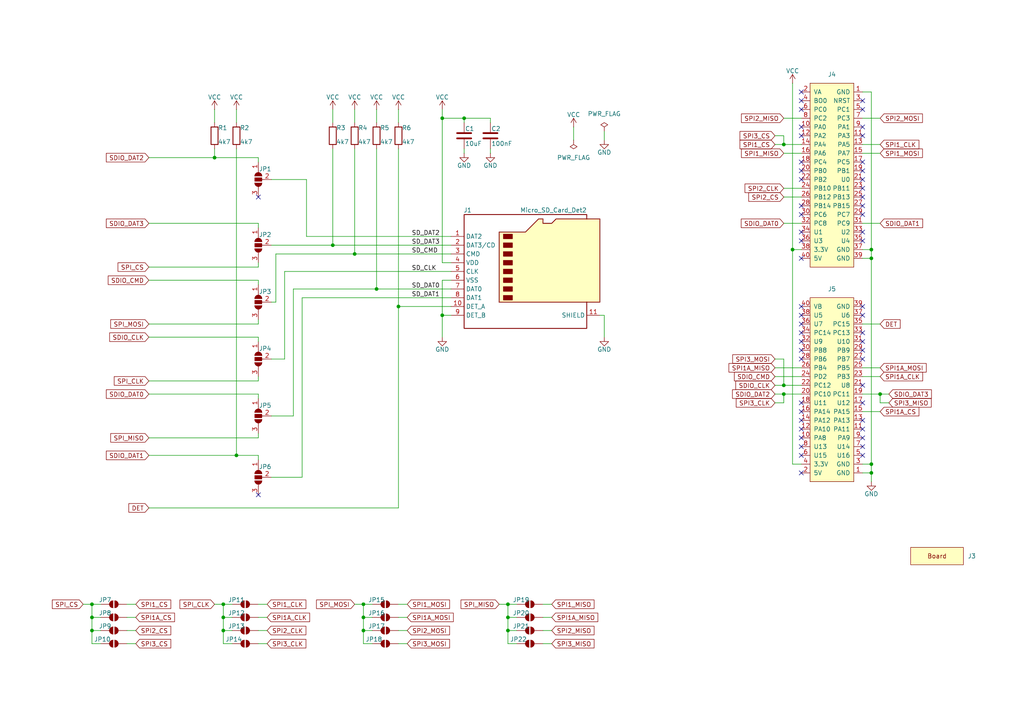
<source format=kicad_sch>
(kicad_sch (version 20250114) (generator "eeschema") (generator_version "9.0")
  (paper "A4")
  (title_block (title "${TITLE}") (rev "${REVISION}") (company "${COMPANY}") (comment 1 "${AUTHOR}") (comment 2 "${AUTHOR_EMAIL}") (comment 3 "${URL}"))
  (lib_symbols
    (symbol "Connector:Micro_SD_Card_Det2"
      (property "Reference" "J" (at -16.51 17.78 0))
      (property "Value" "Micro_SD_Card_Det2" (at 16.51 17.78 0))
      (symbol "Micro_SD_Card_Det2_0_1"
        (polyline (pts (xy -8.89 -8.89) (xy -8.89 11.43) (xy -1.27 11.43) (xy 2.54 15.24) (xy 3.81 15.24) (xy 3.81 13.97) (xy 6.35 13.97) (xy 7.62 15.24) (xy 20.32 15.24) (xy 20.32 -8.89) (xy -8.89 -8.89)) (stroke (width 0.254)) (fill (type background)))
        (rectangle (start -7.62 10.795) (end -5.08 9.525) (stroke (width 0.254)) (fill (type outline)))
        (rectangle (start -7.62 8.255) (end -5.08 6.985) (stroke (width 0.254)) (fill (type outline)))
        (rectangle (start -7.62 5.715) (end -5.08 4.445) (stroke (width 0.254)) (fill (type outline)))
        (rectangle (start -7.62 3.175) (end -5.08 1.905) (stroke (width 0.254)) (fill (type outline)))
        (rectangle (start -7.62 0.635) (end -5.08 -0.635) (stroke (width 0.254)) (fill (type outline)))
        (rectangle (start -7.62 -1.905) (end -5.08 -3.175) (stroke (width 0.254)) (fill (type outline)))
        (rectangle (start -7.62 -4.445) (end -5.08 -5.715) (stroke (width 0.254)) (fill (type outline)))
        (rectangle (start -7.62 -6.985) (end -5.08 -8.255) (stroke (width 0.254)) (fill (type outline)))
        (polyline (pts (xy 16.51 15.24) (xy 16.51 16.51) (xy -19.05 16.51) (xy -19.05 -16.51) (xy 16.51 -16.51) (xy 16.51 -8.89)) (stroke (width 0.254)))
      )
      (symbol "Micro_SD_Card_Det2_1_1"
        (pin bidirectional line (at -22.86 10.16 0) (length 3.81) (name "DAT2") (number "1"))
        (pin bidirectional line (at -22.86 7.62 0) (length 3.81) (name "DAT3/CD") (number "2"))
        (pin input line (at -22.86 5.08 0) (length 3.81) (name "CMD") (number "3"))
        (pin power_in line (at -22.86 2.54 0) (length 3.81) (name "VDD") (number "4"))
        (pin input line (at -22.86 0 0) (length 3.81) (name "CLK") (number "5"))
        (pin power_in line (at -22.86 -2.54 0) (length 3.81) (name "VSS") (number "6"))
        (pin bidirectional line (at -22.86 -5.08 0) (length 3.81) (name "DAT0") (number "7"))
        (pin bidirectional line (at -22.86 -7.62 0) (length 3.81) (name "DAT1") (number "8"))
        (pin passive line (at -22.86 -10.16 0) (length 3.81) (name "DET_A") (number "10"))
        (pin passive line (at -22.86 -12.7 0) (length 3.81) (name "DET_B") (number "9"))
        (pin passive line (at 20.32 -12.7 180) (length 3.81) (name "SHIELD") (number "11"))
      )
    )
    (symbol "Device:C" (pin_numbers (hide yes)) (pin_names (offset 0.254))
      (property "Reference" "C" (at 0.635 2.54 0))
      (property "Value" "C" (at 0.635 -2.54 0))
      (symbol "C_0_1"
        (polyline (pts (xy -2.032 0.762) (xy 2.032 0.762)) (stroke (width 0.508)))
        (polyline (pts (xy -2.032 -0.762) (xy 2.032 -0.762)) (stroke (width 0.508)))
      )
      (symbol "C_1_1"
        (pin passive line (at 0 3.81 270) (length 2.794) (name "~") (number "1"))
        (pin passive line (at 0 -3.81 90) (length 2.794) (name "~") (number "2"))
      )
    )
    (symbol "Device:R" (pin_numbers (hide yes)) (pin_names (offset 0))
      (property "Reference" "R" (at 2.032 0 90))
      (property "Value" "R" (at 0 0 90))
      (symbol "R_0_1"
        (rectangle (start -1.016 -2.54) (end 1.016 2.54) (stroke (width 0.254)))
      )
      (symbol "R_1_1"
        (pin passive line (at 0 3.81 270) (length 1.27) (name "~") (number "1"))
        (pin passive line (at 0 -3.81 90) (length 1.27) (name "~") (number "2"))
      )
    )
    (symbol "Jumper:SolderJumper_2_Open" (pin_numbers (hide yes)) (pin_names (offset 0) (hide yes)) (in_bom no)
      (property "Reference" "JP" (at 0 2.032 0))
      (property "Value" "SolderJumper_2_Open" (at 0 -2.54 0))
      (symbol "SolderJumper_2_Open_0_1"
        (polyline (pts (xy -0.254 1.016) (xy -0.254 -1.016)))
        (arc (start -0.254 -1.016) (mid -1.2656 0) (end -0.254 1.016))
        (arc (start -0.254 -1.016) (mid -1.2656 0) (end -0.254 1.016) (fill (type outline)))
        (arc (start 0.254 1.016) (mid 1.2656 0) (end 0.254 -1.016))
        (arc (start 0.254 1.016) (mid 1.2656 0) (end 0.254 -1.016) (fill (type outline)))
        (polyline (pts (xy 0.254 1.016) (xy 0.254 -1.016)))
      )
      (symbol "SolderJumper_2_Open_1_1"
        (pin passive line (at -3.81 0 0) (length 2.54) (name "A") (number "1"))
        (pin passive line (at 3.81 0 180) (length 2.54) (name "B") (number "2"))
      )
    )
    (symbol "Jumper:SolderJumper_3_Open" (pin_names (offset 0) (hide yes)) (in_bom no)
      (property "Reference" "JP" (at -2.54 -2.54 0))
      (property "Value" "SolderJumper_3_Open" (at 0 2.794 0))
      (symbol "SolderJumper_3_Open_0_1"
        (polyline (pts (xy -2.54 0) (xy -2.032 0)))
        (polyline (pts (xy -1.016 1.016) (xy -1.016 -1.016)))
        (arc (start -1.016 -1.016) (mid -2.0276 0) (end -1.016 1.016))
        (arc (start -1.016 -1.016) (mid -2.0276 0) (end -1.016 1.016) (fill (type outline)))
        (rectangle (start -0.508 1.016) (end 0.508 -1.016) (fill (type outline)))
        (polyline (pts (xy 0 -1.27) (xy 0 -1.016)))
        (arc (start 1.016 1.016) (mid 2.0276 0) (end 1.016 -1.016))
        (arc (start 1.016 1.016) (mid 2.0276 0) (end 1.016 -1.016) (fill (type outline)))
        (polyline (pts (xy 1.016 1.016) (xy 1.016 -1.016)))
        (polyline (pts (xy 2.54 0) (xy 2.032 0)))
      )
      (symbol "SolderJumper_3_Open_1_1"
        (pin passive line (at -5.08 0 0) (length 2.54) (name "A") (number "1"))
        (pin passive line (at 0 -3.81 90) (length 2.54) (name "C") (number "2"))
        (pin passive line (at 5.08 0 180) (length 2.54) (name "B") (number "3"))
      )
    )
    (symbol "power:GND" (power) (pin_numbers (hide yes)) (pin_names (offset 0) (hide yes))
      (property "Value" "GND" (at 0 -3.81 0))
      (symbol "GND_0_1"
        (polyline (pts (xy 0 0) (xy 0 -1.27) (xy 1.27 -1.27) (xy 0 -2.54) (xy -1.27 -1.27) (xy 0 -1.27)))
      )
      (symbol "GND_1_1"
        (pin power_in line (at 0 0 270) (length 0) (name "~") (number "1"))
      )
    )
    (symbol "power:PWR_FLAG" (power) (pin_numbers (hide yes)) (pin_names (offset 0) (hide yes))
      (property "Value" "PWR_FLAG" (at 0 3.81 0))
      (symbol "PWR_FLAG_0_0"
        (pin power_out line (at 0 0 90) (length 0) (name "~") (number "1"))
      )
      (symbol "PWR_FLAG_0_1"
        (polyline (pts (xy 0 0) (xy 0 1.27) (xy -1.016 1.905) (xy 0 2.54) (xy 1.016 1.905) (xy 0 1.27)))
      )
    )
    (symbol "power:VCC" (power) (pin_numbers (hide yes)) (pin_names (offset 0) (hide yes))
      (property "Value" "VCC" (at 0 3.556 0))
      (symbol "VCC_0_1"
        (polyline (pts (xy -0.762 1.27) (xy 0 2.54)))
        (polyline (pts (xy 0 2.54) (xy 0.762 1.27)))
        (polyline (pts (xy 0 0) (xy 0 2.54)))
      )
      (symbol "VCC_1_1"
        (pin power_in line (at 0 0 90) (length 0) (name "~") (number "1"))
      )
    )
    (symbol "stm32world:STM32WORLD_BOARD" (pin_names (offset 1.016))
      (property "Reference" "J" (at -6.35 3.81 0))
      (symbol "STM32WORLD_BOARD_0_0"
        (text "Board" (at 0 0 0) (effects (font (size 1.27 1.27))))
      )
      (symbol "STM32WORLD_BOARD_0_1"
        (rectangle (start -7.62 2.54) (end 7.62 -2.54) (stroke (width 0.1524)) (fill (type background)))
      )
    )
    (symbol "stm32world:STM32WORLD_CONNECTOR_1" (pin_names (offset 1.016))
      (property "Reference" "J" (at -6.35 27.94 0))
      (symbol "STM32WORLD_CONNECTOR_1_0_1"
        (rectangle (start -6.35 26.67) (end 6.35 -26.67) (fill (type background)))
      )
      (symbol "STM32WORLD_CONNECTOR_1_1_1"
        (pin passive line (at -8.89 24.13 0) (length 2.54) (name "VA") (number "2"))
        (pin passive line (at -8.89 21.59 0) (length 2.54) (name "BO0") (number "4"))
        (pin passive line (at -8.89 19.05 0) (length 2.54) (name "PC0") (number "6"))
        (pin passive line (at -8.89 16.51 0) (length 2.54) (name "PC2") (number "8"))
        (pin passive line (at -8.89 13.97 0) (length 2.54) (name "PA0") (number "10"))
        (pin passive line (at -8.89 11.43 0) (length 2.54) (name "PA2") (number "12"))
        (pin passive line (at -8.89 8.89 0) (length 2.54) (name "PA4") (number "14"))
        (pin passive line (at -8.89 6.35 0) (length 2.54) (name "PA6") (number "16"))
        (pin passive line (at -8.89 3.81 0) (length 2.54) (name "PC4") (number "18"))
        (pin passive line (at -8.89 1.27 0) (length 2.54) (name "PB0") (number "20"))
        (pin passive line (at -8.89 -1.27 0) (length 2.54) (name "PB2") (number "22"))
        (pin passive line (at -8.89 -3.81 0) (length 2.54) (name "PB10") (number "24"))
        (pin passive line (at -8.89 -6.35 0) (length 2.54) (name "PB12") (number "26"))
        (pin passive line (at -8.89 -8.89 0) (length 2.54) (name "PB14") (number "28"))
        (pin passive line (at -8.89 -11.43 0) (length 2.54) (name "PC6") (number "30"))
        (pin passive line (at -8.89 -13.97 0) (length 2.54) (name "PC8") (number "32"))
        (pin passive line (at -8.89 -16.51 0) (length 2.54) (name "U1") (number "34"))
        (pin passive line (at -8.89 -19.05 0) (length 2.54) (name "U3") (number "36"))
        (pin passive line (at -8.89 -21.59 0) (length 2.54) (name "3.3V") (number "38"))
        (pin passive line (at -8.89 -24.13 0) (length 2.54) (name "5V") (number "40"))
        (pin passive line (at 8.89 24.13 180) (length 2.54) (name "GND") (number "1"))
        (pin passive line (at 8.89 21.59 180) (length 2.54) (name "NRST") (number "3"))
        (pin passive line (at 8.89 19.05 180) (length 2.54) (name "PC1") (number "5"))
        (pin passive line (at 8.89 16.51 180) (length 2.54) (name "PC3") (number "7"))
        (pin passive line (at 8.89 13.97 180) (length 2.54) (name "PA1") (number "9"))
        (pin passive line (at 8.89 11.43 180) (length 2.54) (name "PA3") (number "11"))
        (pin passive line (at 8.89 8.89 180) (length 2.54) (name "PA5") (number "13"))
        (pin passive line (at 8.89 6.35 180) (length 2.54) (name "PA7") (number "15"))
        (pin passive line (at 8.89 3.81 180) (length 2.54) (name "PC5") (number "17"))
        (pin passive line (at 8.89 1.27 180) (length 2.54) (name "PB1") (number "19"))
        (pin passive line (at 8.89 -1.27 180) (length 2.54) (name "U0") (number "21"))
        (pin passive line (at 8.89 -3.81 180) (length 2.54) (name "PB11") (number "23"))
        (pin passive line (at 8.89 -6.35 180) (length 2.54) (name "PB13") (number "25"))
        (pin passive line (at 8.89 -8.89 180) (length 2.54) (name "PB15") (number "27"))
        (pin passive line (at 8.89 -11.43 180) (length 2.54) (name "PC7") (number "29"))
        (pin passive line (at 8.89 -13.97 180) (length 2.54) (name "PC9") (number "31"))
        (pin passive line (at 8.89 -16.51 180) (length 2.54) (name "U2") (number "33"))
        (pin passive line (at 8.89 -19.05 180) (length 2.54) (name "U4") (number "35"))
        (pin passive line (at 8.89 -21.59 180) (length 2.54) (name "GND") (number "37"))
        (pin passive line (at 8.89 -24.13 180) (length 2.54) (name "GND") (number "39"))
      )
    )
    (symbol "stm32world:STM32WORLD_CONNECTOR_2" (pin_names (offset 1.016))
      (property "Reference" "J" (at -5.08 27.94 0))
      (symbol "STM32WORLD_CONNECTOR_2_0_1"
        (rectangle (start 6.35 26.67) (end -6.35 -26.67) (fill (type background)))
      )
      (symbol "STM32WORLD_CONNECTOR_2_1_1"
        (pin passive line (at -8.89 24.13 0) (length 2.54) (name "VB") (number "40"))
        (pin passive line (at -8.89 21.59 0) (length 2.54) (name "U5") (number "38"))
        (pin passive line (at -8.89 19.05 0) (length 2.54) (name "U7") (number "36"))
        (pin passive line (at -8.89 16.51 0) (length 2.54) (name "PC14") (number "34"))
        (pin passive line (at -8.89 13.97 0) (length 2.54) (name "U9") (number "32"))
        (pin passive line (at -8.89 11.43 0) (length 2.54) (name "PB8") (number "30"))
        (pin passive line (at -8.89 8.89 0) (length 2.54) (name "PB6") (number "28"))
        (pin passive line (at -8.89 6.35 0) (length 2.54) (name "PB4") (number "26"))
        (pin passive line (at -8.89 3.81 0) (length 2.54) (name "PD2") (number "24"))
        (pin passive line (at -8.89 1.27 0) (length 2.54) (name "PC12") (number "22"))
        (pin passive line (at -8.89 -1.27 0) (length 2.54) (name "PC10") (number "20"))
        (pin passive line (at -8.89 -3.81 0) (length 2.54) (name "U11") (number "18"))
        (pin passive line (at -8.89 -6.35 0) (length 2.54) (name "PA14") (number "16"))
        (pin passive line (at -8.89 -8.89 0) (length 2.54) (name "PA12") (number "14"))
        (pin passive line (at -8.89 -11.43 0) (length 2.54) (name "PA10") (number "12"))
        (pin passive line (at -8.89 -13.97 0) (length 2.54) (name "PA8") (number "10"))
        (pin passive line (at -8.89 -16.51 0) (length 2.54) (name "U13") (number "8"))
        (pin passive line (at -8.89 -19.05 0) (length 2.54) (name "U15") (number "6"))
        (pin passive line (at -8.89 -21.59 0) (length 2.54) (name "3.3V") (number "4"))
        (pin passive line (at -8.89 -24.13 0) (length 2.54) (name "5V") (number "2"))
        (pin passive line (at 8.89 24.13 180) (length 2.54) (name "GND") (number "39"))
        (pin passive line (at 8.89 21.59 180) (length 2.54) (name "U6") (number "37"))
        (pin passive line (at 8.89 19.05 180) (length 2.54) (name "PC15") (number "35"))
        (pin passive line (at 8.89 16.51 180) (length 2.54) (name "PC13") (number "33"))
        (pin passive line (at 8.89 13.97 180) (length 2.54) (name "U10") (number "31"))
        (pin passive line (at 8.89 11.43 180) (length 2.54) (name "PB9") (number "29"))
        (pin passive line (at 8.89 8.89 180) (length 2.54) (name "PB7") (number "27"))
        (pin passive line (at 8.89 6.35 180) (length 2.54) (name "PB5") (number "25"))
        (pin passive line (at 8.89 3.81 180) (length 2.54) (name "PB3") (number "23"))
        (pin passive line (at 8.89 1.27 180) (length 2.54) (name "U8") (number "21"))
        (pin passive line (at 8.89 -1.27 180) (length 2.54) (name "PC11") (number "19"))
        (pin passive line (at 8.89 -3.81 180) (length 2.54) (name "U12") (number "17"))
        (pin passive line (at 8.89 -6.35 180) (length 2.54) (name "PA15") (number "15"))
        (pin passive line (at 8.89 -8.89 180) (length 2.54) (name "PA13") (number "13"))
        (pin passive line (at 8.89 -11.43 180) (length 2.54) (name "PA11") (number "11"))
        (pin passive line (at 8.89 -13.97 180) (length 2.54) (name "PA9") (number "9"))
        (pin passive line (at 8.89 -16.51 180) (length 2.54) (name "U14") (number "7"))
        (pin passive line (at 8.89 -19.05 180) (length 2.54) (name "U16") (number "5"))
        (pin passive line (at 8.89 -21.59 180) (length 2.54) (name "GND") (number "3"))
        (pin passive line (at 8.89 -24.13 180) (length 2.54) (name "GND") (number "1"))
      )
    )
  )
  (junction (at 115.57 88.9))
  (junction (at 255.27 114.3))
  (junction (at 227.33 114.3))
  (junction (at 64.77 179.07))
  (junction (at 252.73 74.93))
  (junction (at 227.33 41.91))
  (junction (at 102.87 73.66))
  (junction (at 229.87 72.39))
  (junction (at 147.32 182.88))
  (junction (at 252.73 72.39))
  (junction (at 26.67 179.07))
  (junction (at 64.77 182.88))
  (junction (at 147.32 175.26))
  (junction (at 105.41 175.26))
  (junction (at 147.32 179.07))
  (junction (at 252.73 134.62))
  (junction (at 227.33 111.76))
  (junction (at 26.67 175.26))
  (junction (at 128.27 34.29))
  (junction (at 105.41 179.07))
  (junction (at 252.73 137.16))
  (junction (at 96.52 71.12))
  (junction (at 128.27 91.44))
  (junction (at 26.67 182.88))
  (junction (at 68.58 132.08))
  (junction (at 109.22 83.82))
  (junction (at 62.23 45.72))
  (junction (at 64.77 175.26))
  (junction (at 105.41 182.88))
  (junction (at 134.62 34.29))
  (no_connect (at 232.41 99.06))
  (no_connect (at 232.41 88.9))
  (no_connect (at 232.41 101.6))
  (no_connect (at 250.19 52.07))
  (no_connect (at 232.41 36.83))
  (no_connect (at 232.41 93.98))
  (no_connect (at 232.41 46.99))
  (no_connect (at 232.41 31.75))
  (no_connect (at 250.19 31.75))
  (no_connect (at 232.41 116.84))
  (no_connect (at 250.19 116.84))
  (no_connect (at 232.41 129.54))
  (no_connect (at 232.41 124.46))
  (no_connect (at 250.19 54.61))
  (no_connect (at 250.19 59.69))
  (no_connect (at 250.19 36.83))
  (no_connect (at 232.41 137.16))
  (no_connect (at 250.19 91.44))
  (no_connect (at 232.41 49.53))
  (no_connect (at 250.19 127))
  (no_connect (at 250.19 62.23))
  (no_connect (at 74.93 57.15))
  (no_connect (at 232.41 67.31))
  (no_connect (at 232.41 69.85))
  (no_connect (at 250.19 88.9))
  (no_connect (at 232.41 62.23))
  (no_connect (at 232.41 59.69))
  (no_connect (at 250.19 57.15))
  (no_connect (at 232.41 127))
  (no_connect (at 250.19 39.37))
  (no_connect (at 250.19 29.21))
  (no_connect (at 250.19 96.52))
  (no_connect (at 250.19 99.06))
  (no_connect (at 250.19 124.46))
  (no_connect (at 232.41 91.44))
  (no_connect (at 232.41 26.67))
  (no_connect (at 232.41 132.08))
  (no_connect (at 232.41 119.38))
  (no_connect (at 250.19 132.08))
  (no_connect (at 232.41 121.92))
  (no_connect (at 250.19 104.14))
  (no_connect (at 232.41 39.37))
  (no_connect (at 250.19 129.54))
  (no_connect (at 250.19 101.6))
  (no_connect (at 232.41 74.93))
  (no_connect (at 74.93 143.51))
  (no_connect (at 232.41 52.07))
  (no_connect (at 250.19 111.76))
  (no_connect (at 250.19 67.31))
  (no_connect (at 250.19 69.85))
  (no_connect (at 232.41 29.21))
  (no_connect (at 250.19 46.99))
  (no_connect (at 232.41 96.52))
  (no_connect (at 250.19 49.53))
  (no_connect (at 250.19 121.92))
  (no_connect (at 232.41 104.14))
  (wire (pts (xy 87.63 86.36) (xy 130.81 86.36)))
  (wire (pts (xy 62.23 175.26) (xy 64.77 175.26)))
  (wire (pts (xy 74.93 127) (xy 74.93 125.73)))
  (wire (pts (xy 224.79 116.84) (xy 227.33 116.84)))
  (wire (pts (xy 255.27 34.29) (xy 250.19 34.29)))
  (wire (pts (xy 227.33 41.91) (xy 232.41 41.91)))
  (wire (pts (xy 39.37 175.26) (xy 36.83 175.26)))
  (wire (pts (xy 68.58 43.18) (xy 68.58 132.08)))
  (wire (pts (xy 227.33 111.76) (xy 232.41 111.76)))
  (wire (pts (xy 105.41 175.26) (xy 107.95 175.26)))
  (wire (pts (xy 74.93 132.08) (xy 74.93 133.35)))
  (wire (pts (xy 109.22 83.82) (xy 130.81 83.82)))
  (wire (pts (xy 26.67 175.26) (xy 26.67 179.07)))
  (wire (pts (xy 64.77 175.26) (xy 67.31 175.26)))
  (wire (pts (xy 134.62 35.56) (xy 134.62 34.29)))
  (wire (pts (xy 250.19 74.93) (xy 252.73 74.93)))
  (wire (pts (xy 252.73 137.16) (xy 252.73 134.62)))
  (wire (pts (xy 229.87 134.62) (xy 232.41 134.62)))
  (wire (pts (xy 96.52 71.12) (xy 130.81 71.12)))
  (wire (pts (xy 88.9 68.58) (xy 130.81 68.58)))
  (wire (pts (xy 64.77 186.69) (xy 67.31 186.69)))
  (wire (pts (xy 102.87 43.18) (xy 102.87 73.66)))
  (wire (pts (xy 115.57 88.9) (xy 130.81 88.9)))
  (wire (pts (xy 43.18 97.79) (xy 74.93 97.79)))
  (wire (pts (xy 102.87 175.26) (xy 105.41 175.26)))
  (wire (pts (xy 224.79 104.14) (xy 227.33 104.14)))
  (wire (pts (xy 252.73 72.39) (xy 252.73 26.67)))
  (wire (pts (xy 64.77 179.07) (xy 67.31 179.07)))
  (wire (pts (xy 74.93 77.47) (xy 74.93 76.2)))
  (wire (pts (xy 255.27 114.3) (xy 250.19 114.3)))
  (wire (pts (xy 78.74 52.07) (xy 88.9 52.07)))
  (wire (pts (xy 77.47 182.88) (xy 74.93 182.88)))
  (wire (pts (xy 142.24 34.29) (xy 142.24 35.56)))
  (wire (pts (xy 147.32 186.69) (xy 149.86 186.69)))
  (wire (pts (xy 227.33 114.3) (xy 232.41 114.3)))
  (wire (pts (xy 64.77 182.88) (xy 64.77 186.69)))
  (wire (pts (xy 175.26 40.64) (xy 175.26 38.1)))
  (wire (pts (xy 74.93 110.49) (xy 74.93 109.22)))
  (wire (pts (xy 255.27 116.84) (xy 255.27 114.3)))
  (wire (pts (xy 147.32 175.26) (xy 147.32 179.07)))
  (wire (pts (xy 229.87 72.39) (xy 232.41 72.39)))
  (wire (pts (xy 26.67 179.07) (xy 29.21 179.07)))
  (wire (pts (xy 255.27 106.68) (xy 250.19 106.68)))
  (wire (pts (xy 105.41 182.88) (xy 107.95 182.88)))
  (wire (pts (xy 224.79 106.68) (xy 232.41 106.68)))
  (wire (pts (xy 85.09 83.82) (xy 85.09 120.65)))
  (wire (pts (xy 160.02 182.88) (xy 157.48 182.88)))
  (wire (pts (xy 87.63 138.43) (xy 78.74 138.43)))
  (wire (pts (xy 160.02 175.26) (xy 157.48 175.26)))
  (wire (pts (xy 229.87 24.13) (xy 229.87 72.39)))
  (wire (pts (xy 147.32 182.88) (xy 147.32 186.69)))
  (wire (pts (xy 227.33 54.61) (xy 232.41 54.61)))
  (wire (pts (xy 224.79 109.22) (xy 232.41 109.22)))
  (wire (pts (xy 85.09 120.65) (xy 78.74 120.65)))
  (wire (pts (xy 134.62 34.29) (xy 142.24 34.29)))
  (wire (pts (xy 74.93 81.28) (xy 74.93 82.55)))
  (wire (pts (xy 115.57 31.75) (xy 115.57 35.56)))
  (wire (pts (xy 224.79 111.76) (xy 227.33 111.76)))
  (wire (pts (xy 115.57 43.18) (xy 115.57 88.9)))
  (wire (pts (xy 160.02 186.69) (xy 157.48 186.69)))
  (wire (pts (xy 128.27 91.44) (xy 128.27 97.79)))
  (wire (pts (xy 77.47 186.69) (xy 74.93 186.69)))
  (wire (pts (xy 26.67 182.88) (xy 29.21 182.88)))
  (wire (pts (xy 43.18 114.3) (xy 74.93 114.3)))
  (wire (pts (xy 257.81 114.3) (xy 255.27 114.3)))
  (wire (pts (xy 74.93 93.98) (xy 74.93 92.71)))
  (wire (pts (xy 255.27 41.91) (xy 250.19 41.91)))
  (wire (pts (xy 105.41 175.26) (xy 105.41 179.07)))
  (wire (pts (xy 43.18 77.47) (xy 74.93 77.47)))
  (wire (pts (xy 78.74 71.12) (xy 96.52 71.12)))
  (wire (pts (xy 85.09 83.82) (xy 109.22 83.82)))
  (wire (pts (xy 128.27 76.2) (xy 130.81 76.2)))
  (wire (pts (xy 105.41 179.07) (xy 107.95 179.07)))
  (wire (pts (xy 160.02 179.07) (xy 157.48 179.07)))
  (wire (pts (xy 82.55 78.74) (xy 82.55 104.14)))
  (wire (pts (xy 134.62 34.29) (xy 128.27 34.29)))
  (wire (pts (xy 147.32 175.26) (xy 149.86 175.26)))
  (wire (pts (xy 96.52 43.18) (xy 96.52 71.12)))
  (wire (pts (xy 134.62 44.45) (xy 134.62 43.18)))
  (wire (pts (xy 102.87 73.66) (xy 130.81 73.66)))
  (wire (pts (xy 68.58 132.08) (xy 74.93 132.08)))
  (wire (pts (xy 147.32 179.07) (xy 149.86 179.07)))
  (wire (pts (xy 252.73 26.67) (xy 250.19 26.67)))
  (wire (pts (xy 128.27 31.75) (xy 128.27 34.29)))
  (wire (pts (xy 64.77 175.26) (xy 64.77 179.07)))
  (wire (pts (xy 224.79 39.37) (xy 227.33 39.37)))
  (wire (pts (xy 250.19 72.39) (xy 252.73 72.39)))
  (wire (pts (xy 128.27 34.29) (xy 128.27 76.2)))
  (wire (pts (xy 43.18 110.49) (xy 74.93 110.49)))
  (wire (pts (xy 74.93 114.3) (xy 74.93 115.57)))
  (wire (pts (xy 147.32 179.07) (xy 147.32 182.88)))
  (wire (pts (xy 227.33 57.15) (xy 232.41 57.15)))
  (wire (pts (xy 109.22 31.75) (xy 109.22 35.56)))
  (wire (pts (xy 39.37 182.88) (xy 36.83 182.88)))
  (wire (pts (xy 26.67 186.69) (xy 29.21 186.69)))
  (wire (pts (xy 227.33 104.14) (xy 227.33 111.76)))
  (wire (pts (xy 255.27 44.45) (xy 250.19 44.45)))
  (wire (pts (xy 227.33 34.29) (xy 232.41 34.29)))
  (wire (pts (xy 62.23 31.75) (xy 62.23 35.56)))
  (wire (pts (xy 255.27 93.98) (xy 250.19 93.98)))
  (wire (pts (xy 96.52 31.75) (xy 96.52 35.56)))
  (wire (pts (xy 82.55 104.14) (xy 78.74 104.14)))
  (wire (pts (xy 118.11 175.26) (xy 115.57 175.26)))
  (wire (pts (xy 175.26 91.44) (xy 173.99 91.44)))
  (wire (pts (xy 74.93 64.77) (xy 74.93 66.04)))
  (wire (pts (xy 144.78 175.26) (xy 147.32 175.26)))
  (wire (pts (xy 39.37 179.07) (xy 36.83 179.07)))
  (wire (pts (xy 74.93 97.79) (xy 74.93 99.06)))
  (wire (pts (xy 229.87 72.39) (xy 229.87 134.62)))
  (wire (pts (xy 128.27 91.44) (xy 130.81 91.44)))
  (wire (pts (xy 26.67 175.26) (xy 29.21 175.26)))
  (wire (pts (xy 128.27 91.44) (xy 128.27 81.28)))
  (wire (pts (xy 74.93 45.72) (xy 74.93 46.99)))
  (wire (pts (xy 74.93 64.77) (xy 43.18 64.77)))
  (wire (pts (xy 26.67 182.88) (xy 26.67 186.69)))
  (wire (pts (xy 252.73 139.7) (xy 252.73 137.16)))
  (wire (pts (xy 26.67 179.07) (xy 26.67 182.88)))
  (wire (pts (xy 142.24 43.18) (xy 142.24 44.45)))
  (wire (pts (xy 250.19 137.16) (xy 252.73 137.16)))
  (wire (pts (xy 224.79 41.91) (xy 227.33 41.91)))
  (wire (pts (xy 128.27 81.28) (xy 130.81 81.28)))
  (wire (pts (xy 118.11 179.07) (xy 115.57 179.07)))
  (wire (pts (xy 175.26 97.79) (xy 175.26 91.44)))
  (wire (pts (xy 82.55 78.74) (xy 130.81 78.74)))
  (wire (pts (xy 62.23 43.18) (xy 62.23 45.72)))
  (wire (pts (xy 39.37 186.69) (xy 36.83 186.69)))
  (wire (pts (xy 227.33 64.77) (xy 232.41 64.77)))
  (wire (pts (xy 43.18 147.32) (xy 115.57 147.32)))
  (wire (pts (xy 257.81 116.84) (xy 255.27 116.84)))
  (wire (pts (xy 118.11 186.69) (xy 115.57 186.69)))
  (wire (pts (xy 115.57 147.32) (xy 115.57 88.9)))
  (wire (pts (xy 62.23 45.72) (xy 74.93 45.72)))
  (wire (pts (xy 64.77 179.07) (xy 64.77 182.88)))
  (wire (pts (xy 166.37 36.83) (xy 166.37 40.64)))
  (wire (pts (xy 118.11 182.88) (xy 115.57 182.88)))
  (wire (pts (xy 252.73 74.93) (xy 252.73 72.39)))
  (wire (pts (xy 105.41 186.69) (xy 107.95 186.69)))
  (wire (pts (xy 43.18 81.28) (xy 74.93 81.28)))
  (wire (pts (xy 78.74 87.63) (xy 80.01 87.63)))
  (wire (pts (xy 77.47 175.26) (xy 74.93 175.26)))
  (wire (pts (xy 109.22 43.18) (xy 109.22 83.82)))
  (wire (pts (xy 227.33 116.84) (xy 227.33 114.3)))
  (wire (pts (xy 74.93 127) (xy 43.18 127)))
  (wire (pts (xy 80.01 87.63) (xy 80.01 73.66)))
  (wire (pts (xy 43.18 93.98) (xy 74.93 93.98)))
  (wire (pts (xy 24.13 175.26) (xy 26.67 175.26)))
  (wire (pts (xy 43.18 132.08) (xy 68.58 132.08)))
  (wire (pts (xy 255.27 64.77) (xy 250.19 64.77)))
  (wire (pts (xy 227.33 44.45) (xy 232.41 44.45)))
  (wire (pts (xy 105.41 182.88) (xy 105.41 186.69)))
  (wire (pts (xy 252.73 134.62) (xy 252.73 74.93)))
  (wire (pts (xy 102.87 31.75) (xy 102.87 35.56)))
  (wire (pts (xy 88.9 52.07) (xy 88.9 68.58)))
  (wire (pts (xy 64.77 182.88) (xy 67.31 182.88)))
  (wire (pts (xy 224.79 114.3) (xy 227.33 114.3)))
  (wire (pts (xy 255.27 109.22) (xy 250.19 109.22)))
  (wire (pts (xy 68.58 31.75) (xy 68.58 35.56)))
  (wire (pts (xy 227.33 39.37) (xy 227.33 41.91)))
  (wire (pts (xy 77.47 179.07) (xy 74.93 179.07)))
  (wire (pts (xy 87.63 86.36) (xy 87.63 138.43)))
  (wire (pts (xy 105.41 179.07) (xy 105.41 182.88)))
  (wire (pts (xy 250.19 134.62) (xy 252.73 134.62)))
  (wire (pts (xy 255.27 119.38) (xy 250.19 119.38)))
  (wire (pts (xy 147.32 182.88) (xy 149.86 182.88)))
  (wire (pts (xy 80.01 73.66) (xy 102.87 73.66)))
  (wire (pts (xy 43.18 45.72) (xy 62.23 45.72)))
  (label "SD_CLK" (at 119.38 78.74 0))
  (label "SD_DAT3" (at 119.38 71.12 0))
  (label "SD_CMD" (at 119.38 73.66 0))
  (label "SD_DAT1" (at 119.38 86.36 0))
  (label "SD_DAT0" (at 119.38 83.82 0))
  (label "SD_DAT2" (at 119.38 68.58 0))
  (global_label "SDIO_DAT2" (shape input) (at 43.18 45.72 180) (property "Intersheetrefs" "${INTERSHEET_REFS}" (effects (hide yes))))
  (global_label "SDIO_DAT2" (shape input) (at 224.79 114.3 180) (property "Intersheetrefs" "${INTERSHEET_REFS}" (effects (hide yes))))
  (global_label "SPI1_CS" (shape input) (at 39.37 175.26 0) (property "Intersheetrefs" "${INTERSHEET_REFS}" (effects (hide yes))))
  (global_label "SPI_MISO" (shape input) (at 43.18 127 180) (property "Intersheetrefs" "${INTERSHEET_REFS}" (effects (hide yes))))
  (global_label "SPI1A_CLK" (shape input) (at 77.47 179.07 0) (property "Intersheetrefs" "${INTERSHEET_REFS}" (effects (hide yes))))
  (global_label "SPI3_MOSI" (shape input) (at 224.79 104.14 180) (property "Intersheetrefs" "${INTERSHEET_REFS}" (effects (hide yes))))
  (global_label "SPI_MISO" (shape input) (at 144.78 175.26 180) (property "Intersheetrefs" "${INTERSHEET_REFS}" (effects (hide yes))))
  (global_label "SPI_CS" (shape input) (at 43.18 77.47 180) (property "Intersheetrefs" "${INTERSHEET_REFS}" (effects (hide yes))))
  (global_label "SPI2_MOSI" (shape input) (at 255.27 34.29 0) (property "Intersheetrefs" "${INTERSHEET_REFS}" (effects (hide yes))))
  (global_label "SPI1A_MOSI" (shape input) (at 255.27 106.68 0) (property "Intersheetrefs" "${INTERSHEET_REFS}" (effects (hide yes))))
  (global_label "SPI3_MOSI" (shape input) (at 118.11 186.69 0) (property "Intersheetrefs" "${INTERSHEET_REFS}" (effects (hide yes))))
  (global_label "SPI1_CS" (shape input) (at 224.79 41.91 180) (property "Intersheetrefs" "${INTERSHEET_REFS}" (effects (hide yes))))
  (global_label "SPI1A_CS" (shape input) (at 255.27 119.38 0) (property "Intersheetrefs" "${INTERSHEET_REFS}" (effects (hide yes))))
  (global_label "SDIO_CMD" (shape input) (at 43.18 81.28 180) (property "Intersheetrefs" "${INTERSHEET_REFS}" (effects (hide yes))))
  (global_label "SPI1_MISO" (shape input) (at 227.33 44.45 180) (property "Intersheetrefs" "${INTERSHEET_REFS}" (effects (hide yes))))
  (global_label "SPI1A_MISO" (shape input) (at 160.02 179.07 0) (property "Intersheetrefs" "${INTERSHEET_REFS}" (effects (hide yes))))
  (global_label "SDIO_DAT0" (shape input) (at 227.33 64.77 180) (property "Intersheetrefs" "${INTERSHEET_REFS}" (effects (hide yes))))
  (global_label "SDIO_CLK" (shape input) (at 43.18 97.79 180) (property "Intersheetrefs" "${INTERSHEET_REFS}" (effects (hide yes))))
  (global_label "SPI2_CLK" (shape input) (at 227.33 54.61 180) (property "Intersheetrefs" "${INTERSHEET_REFS}" (effects (hide yes))))
  (global_label "SDIO_CLK" (shape input) (at 224.79 111.76 180) (property "Intersheetrefs" "${INTERSHEET_REFS}" (effects (hide yes))))
  (global_label "SDIO_DAT1" (shape input) (at 255.27 64.77 0) (property "Intersheetrefs" "${INTERSHEET_REFS}" (effects (hide yes))))
  (global_label "SPI1A_CLK" (shape input) (at 255.27 109.22 0) (property "Intersheetrefs" "${INTERSHEET_REFS}" (effects (hide yes))))
  (global_label "SPI2_CS" (shape input) (at 39.37 182.88 0) (property "Intersheetrefs" "${INTERSHEET_REFS}" (effects (hide yes))))
  (global_label "SPI_MOSI" (shape input) (at 102.87 175.26 180) (property "Intersheetrefs" "${INTERSHEET_REFS}" (effects (hide yes))))
  (global_label "SPI3_CLK" (shape input) (at 77.47 186.69 0) (property "Intersheetrefs" "${INTERSHEET_REFS}" (effects (hide yes))))
  (global_label "SPI2_MOSI" (shape input) (at 118.11 182.88 0) (property "Intersheetrefs" "${INTERSHEET_REFS}" (effects (hide yes))))
  (global_label "SDIO_DAT1" (shape input) (at 43.18 132.08 180) (property "Intersheetrefs" "${INTERSHEET_REFS}" (effects (hide yes))))
  (global_label "DET" (shape input) (at 255.27 93.98 0) (property "Intersheetrefs" "${INTERSHEET_REFS}" (effects (hide yes))))
  (global_label "SDIO_CMD" (shape input) (at 224.79 109.22 180) (property "Intersheetrefs" "${INTERSHEET_REFS}" (effects (hide yes))))
  (global_label "SPI2_MISO" (shape input) (at 227.33 34.29 180) (property "Intersheetrefs" "${INTERSHEET_REFS}" (effects (hide yes))))
  (global_label "SPI1_MOSI" (shape input) (at 118.11 175.26 0) (property "Intersheetrefs" "${INTERSHEET_REFS}" (effects (hide yes))))
  (global_label "SPI2_CS" (shape input) (at 227.33 57.15 180) (property "Intersheetrefs" "${INTERSHEET_REFS}" (effects (hide yes))))
  (global_label "SPI3_MISO" (shape input) (at 160.02 186.69 0) (property "Intersheetrefs" "${INTERSHEET_REFS}" (effects (hide yes))))
  (global_label "SPI_MOSI" (shape input) (at 43.18 93.98 180) (property "Intersheetrefs" "${INTERSHEET_REFS}" (effects (hide yes))))
  (global_label "SPI1A_MISO" (shape input) (at 224.79 106.68 180) (property "Intersheetrefs" "${INTERSHEET_REFS}" (effects (hide yes))))
  (global_label "SPI_CS" (shape input) (at 24.13 175.26 180) (property "Intersheetrefs" "${INTERSHEET_REFS}" (effects (hide yes))))
  (global_label "DET" (shape input) (at 43.18 147.32 180) (property "Intersheetrefs" "${INTERSHEET_REFS}" (effects (hide yes))))
  (global_label "SPI1_MOSI" (shape input) (at 255.27 44.45 0) (property "Intersheetrefs" "${INTERSHEET_REFS}" (effects (hide yes))))
  (global_label "SPI_CLK" (shape input) (at 62.23 175.26 180) (property "Intersheetrefs" "${INTERSHEET_REFS}" (effects (hide yes))))
  (global_label "SPI3_CS" (shape input) (at 224.79 39.37 180) (property "Intersheetrefs" "${INTERSHEET_REFS}" (effects (hide yes))))
  (global_label "SPI1A_MOSI" (shape input) (at 118.11 179.07 0) (property "Intersheetrefs" "${INTERSHEET_REFS}" (effects (hide yes))))
  (global_label "SPI3_MISO" (shape input) (at 257.81 116.84 0) (property "Intersheetrefs" "${INTERSHEET_REFS}" (effects (hide yes))))
  (global_label "SPI1_CLK" (shape input) (at 77.47 175.26 0) (property "Intersheetrefs" "${INTERSHEET_REFS}" (effects (hide yes))))
  (global_label "SPI_CLK" (shape input) (at 43.18 110.49 180) (property "Intersheetrefs" "${INTERSHEET_REFS}" (effects (hide yes))))
  (global_label "SPI2_CLK" (shape input) (at 77.47 182.88 0) (property "Intersheetrefs" "${INTERSHEET_REFS}" (effects (hide yes))))
  (global_label "SDIO_DAT3" (shape input) (at 43.18 64.77 180) (property "Intersheetrefs" "${INTERSHEET_REFS}" (effects (hide yes))))
  (global_label "SPI1_MISO" (shape input) (at 160.02 175.26 0) (property "Intersheetrefs" "${INTERSHEET_REFS}" (effects (hide yes))))
  (global_label "SPI3_CS" (shape input) (at 39.37 186.69 0) (property "Intersheetrefs" "${INTERSHEET_REFS}" (effects (hide yes))))
  (global_label "SPI1_CLK" (shape input) (at 255.27 41.91 0) (property "Intersheetrefs" "${INTERSHEET_REFS}" (effects (hide yes))))
  (global_label "SPI1A_CS" (shape input) (at 39.37 179.07 0) (property "Intersheetrefs" "${INTERSHEET_REFS}" (effects (hide yes))))
  (global_label "SDIO_DAT3" (shape input) (at 257.81 114.3 0) (property "Intersheetrefs" "${INTERSHEET_REFS}" (effects (hide yes))))
  (global_label "SPI2_MISO" (shape input) (at 160.02 182.88 0) (property "Intersheetrefs" "${INTERSHEET_REFS}" (effects (hide yes))))
  (global_label "SPI3_CLK" (shape input) (at 224.79 116.84 180) (property "Intersheetrefs" "${INTERSHEET_REFS}" (effects (hide yes))))
  (global_label "SDIO_DAT0" (shape input) (at 43.18 114.3 180) (property "Intersheetrefs" "${INTERSHEET_REFS}" (effects (hide yes))))
  (symbol (lib_id "Jumper:SolderJumper_2_Open") (at 111.76 175.26 0) (unit 1) (in_bom no)
    (property "Reference" "JP15" (at 109.22 173.99 0))
    (property "Value" "SolderJumper_2_Open" (effects (hide yes)))
    (property "Footprint" "Jumper:SolderJumper-2_P1.3mm_Open_TrianglePad1.0x1.5mm" (effects (hide yes)))
    (property "Description" "Solder Jumper, 2-pole, open" (effects (hide yes)))
  )
  (symbol (lib_id "Device:R") (at 102.87 39.37 0) (unit 1)
    (property "Reference" "R4" (at 103.886 37.084 0) (effects (justify left)))
    (property "Value" "4k7" (at 103.886 41.148 0) (effects (justify left)))
    (property "Footprint" "Resistor_SMD:R_0603_1608Metric" (effects (hide yes)))
    (property "Description" "Resistor" (effects (hide yes)))
    (property "LCSC" "C23162" (effects (hide yes)))
  )
  (symbol (lib_id "power:VCC") (at 229.87 24.13 0) (unit 1)
    (property "Reference" "#PWR08" (effects (hide yes)))
    (property "Value" "VCC" (at 229.87 20.574 0))
    (property "Description" "Power symbol creates a global label with name \"VCC\"" (effects (hide yes)))
  )
  (symbol (lib_id "Jumper:SolderJumper_2_Open") (at 111.76 182.88 0) (unit 1) (in_bom no)
    (property "Reference" "JP17" (at 109.22 181.61 0))
    (property "Value" "SolderJumper_2_Open" (effects (hide yes)))
    (property "Footprint" "Jumper:SolderJumper-2_P1.3mm_Open_TrianglePad1.0x1.5mm" (effects (hide yes)))
    (property "Description" "Solder Jumper, 2-pole, open" (effects (hide yes)))
  )
  (symbol (lib_id "Device:R") (at 96.52 39.37 0) (unit 1)
    (property "Reference" "R3" (at 97.536 37.084 0) (effects (justify left)))
    (property "Value" "4k7" (at 97.536 41.148 0) (effects (justify left)))
    (property "Footprint" "Resistor_SMD:R_0603_1608Metric" (effects (hide yes)))
    (property "Description" "Resistor" (effects (hide yes)))
    (property "LCSC" "C23162" (effects (hide yes)))
  )
  (symbol (lib_id "power:VCC") (at 166.37 36.83 0) (unit 1)
    (property "Reference" "#PWR01" (effects (hide yes)))
    (property "Value" "VCC" (at 166.37 33.274 0))
    (property "Description" "Power symbol creates a global label with name \"VCC\"" (effects (hide yes)))
  )
  (symbol (lib_id "power:GND") (at 175.26 97.79 0) (unit 1)
    (property "Reference" "#PWR05" (effects (hide yes)))
    (property "Value" "GND" (at 175.26 101.346 0))
    (property "Description" "Power symbol creates a global label with name \"GND\" , ground" (effects (hide yes)))
  )
  (symbol (lib_id "Jumper:SolderJumper_2_Open") (at 153.67 186.69 0) (unit 1) (in_bom no)
    (property "Reference" "JP22" (at 150.368 185.42 0))
    (property "Value" "SolderJumper_2_Open" (effects (hide yes)))
    (property "Footprint" "Jumper:SolderJumper-2_P1.3mm_Open_TrianglePad1.0x1.5mm" (effects (hide yes)))
    (property "Description" "Solder Jumper, 2-pole, open" (effects (hide yes)))
  )
  (symbol (lib_id "Jumper:SolderJumper_2_Open") (at 111.76 186.69 0) (unit 1) (in_bom no)
    (property "Reference" "JP18" (at 108.458 185.42 0))
    (property "Value" "SolderJumper_2_Open" (effects (hide yes)))
    (property "Footprint" "Jumper:SolderJumper-2_P1.3mm_Open_TrianglePad1.0x1.5mm" (effects (hide yes)))
    (property "Description" "Solder Jumper, 2-pole, open" (effects (hide yes)))
  )
  (symbol (lib_id "Jumper:SolderJumper_3_Open") (at 74.93 104.14 90) (mirror x) (unit 1) (in_bom no)
    (property "Reference" "JP4" (at 78.74 101.092 90) (effects (justify left)))
    (property "Value" "SolderJumper_3_Open" (effects (hide yes)))
    (property "Footprint" "Jumper:SolderJumper-3_P2.0mm_Open_TrianglePad1.0x1.5mm" (effects (hide yes)))
    (property "Description" "Solder Jumper, 3-pole, open" (effects (hide yes)))
  )
  (symbol (lib_id "power:VCC") (at 109.22 31.75 0) (unit 1)
    (property "Reference" "#PWR011" (effects (hide yes)))
    (property "Value" "VCC" (at 109.22 28.194 0))
    (property "Description" "Power symbol creates a global label with name \"VCC\"" (effects (hide yes)))
  )
  (symbol (lib_id "power:PWR_FLAG") (at 166.37 40.64 180) (unit 1)
    (property "Reference" "#FLG01" (effects (hide yes)))
    (property "Value" "PWR_FLAG" (at 166.37 45.72 0))
    (property "Description" "Special symbol for telling ERC where power comes from" (effects (hide yes)))
  )
  (symbol (lib_id "Device:R") (at 115.57 39.37 0) (unit 1)
    (property "Reference" "R6" (at 116.586 37.084 0) (effects (justify left)))
    (property "Value" "4k7" (at 116.586 41.148 0) (effects (justify left)))
    (property "Footprint" "Resistor_SMD:R_0603_1608Metric" (effects (hide yes)))
    (property "Description" "Resistor" (effects (hide yes)))
    (property "LCSC" "C23162" (effects (hide yes)))
  )
  (symbol (lib_id "Device:R") (at 62.23 39.37 0) (unit 1)
    (property "Reference" "R1" (at 63.246 37.084 0) (effects (justify left)))
    (property "Value" "4k7" (at 63.246 41.148 0) (effects (justify left)))
    (property "Footprint" "Resistor_SMD:R_0603_1608Metric" (effects (hide yes)))
    (property "Description" "Resistor" (effects (hide yes)))
    (property "LCSC" "C23162" (effects (hide yes)))
  )
  (symbol (lib_id "power:VCC") (at 102.87 31.75 0) (unit 1)
    (property "Reference" "#PWR012" (effects (hide yes)))
    (property "Value" "VCC" (at 102.87 28.194 0))
    (property "Description" "Power symbol creates a global label with name \"VCC\"" (effects (hide yes)))
  )
  (symbol (lib_id "power:VCC") (at 68.58 31.75 0) (unit 1)
    (property "Reference" "#PWR014" (effects (hide yes)))
    (property "Value" "VCC" (at 68.58 28.194 0))
    (property "Description" "Power symbol creates a global label with name \"VCC\"" (effects (hide yes)))
  )
  (symbol (lib_id "Jumper:SolderJumper_2_Open") (at 153.67 175.26 0) (unit 1) (in_bom no)
    (property "Reference" "JP19" (at 151.13 173.99 0))
    (property "Value" "SolderJumper_2_Open" (effects (hide yes)))
    (property "Footprint" "Jumper:SolderJumper-2_P1.3mm_Open_TrianglePad1.0x1.5mm" (effects (hide yes)))
    (property "Description" "Solder Jumper, 2-pole, open" (effects (hide yes)))
  )
  (symbol (lib_id "Device:R") (at 68.58 39.37 0) (unit 1)
    (property "Reference" "R2" (at 69.596 37.084 0) (effects (justify left)))
    (property "Value" "4k7" (at 69.596 41.148 0) (effects (justify left)))
    (property "Footprint" "Resistor_SMD:R_0603_1608Metric" (effects (hide yes)))
    (property "Description" "Resistor" (effects (hide yes)))
    (property "LCSC" "C23162" (effects (hide yes)))
  )
  (symbol (lib_id "Jumper:SolderJumper_3_Open") (at 74.93 71.12 90) (mirror x) (unit 1) (in_bom no)
    (property "Reference" "JP2" (at 78.74 68.072 90) (effects (justify left)))
    (property "Value" "SolderJumper_3_Open" (effects (hide yes)))
    (property "Footprint" "Jumper:SolderJumper-3_P2.0mm_Open_TrianglePad1.0x1.5mm" (effects (hide yes)))
    (property "Description" "Solder Jumper, 3-pole, open" (effects (hide yes)))
  )
  (symbol (lib_id "Jumper:SolderJumper_2_Open") (at 153.67 179.07 0) (unit 1) (in_bom no)
    (property "Reference" "JP20" (at 151.13 177.8 0))
    (property "Value" "SolderJumper_2_Open" (effects (hide yes)))
    (property "Footprint" "Jumper:SolderJumper-2_P1.3mm_Open_TrianglePad1.0x1.5mm" (effects (hide yes)))
    (property "Description" "Solder Jumper, 2-pole, open" (effects (hide yes)))
  )
  (symbol (lib_id "Jumper:SolderJumper_2_Open") (at 33.02 182.88 0) (unit 1) (in_bom no)
    (property "Reference" "JP9" (at 30.48 181.61 0))
    (property "Value" "SolderJumper_2_Open" (effects (hide yes)))
    (property "Footprint" "Jumper:SolderJumper-2_P1.3mm_Open_TrianglePad1.0x1.5mm" (effects (hide yes)))
    (property "Description" "Solder Jumper, 2-pole, open" (effects (hide yes)))
  )
  (symbol (lib_id "stm32world:STM32WORLD_CONNECTOR_2") (at 241.3 113.03 0) (unit 1)
    (property "Reference" "J5" (at 241.3 83.82 0))
    (property "Value" "STM32WORLD_CONNECTOR_2" (effects (hide yes)))
    (property "Footprint" "stm32world:PinSocket_2x20_P2.54mm_Vertical_Stackable" (effects (hide yes)))
    (property "LCSC" "C35165" (effects (hide yes)))
  )
  (symbol (lib_id "Jumper:SolderJumper_2_Open") (at 33.02 175.26 0) (unit 1) (in_bom no)
    (property "Reference" "JP7" (at 30.48 173.99 0))
    (property "Value" "SolderJumper_2_Open" (effects (hide yes)))
    (property "Footprint" "Jumper:SolderJumper-2_P1.3mm_Open_TrianglePad1.0x1.5mm" (effects (hide yes)))
    (property "Description" "Solder Jumper, 2-pole, open" (effects (hide yes)))
  )
  (symbol (lib_id "Device:C") (at 134.62 39.37 0) (unit 1)
    (property "Reference" "C1" (at 134.874 37.338 0) (effects (justify left)))
    (property "Value" "10uF" (at 134.874 41.656 0) (effects (justify left)))
    (property "Footprint" "Capacitor_SMD:C_0603_1608Metric" (effects (hide yes)))
    (property "Description" "Unpolarized capacitor" (effects (hide yes)))
    (property "LCSC" "C1588" (effects (hide yes)))
  )
  (symbol (lib_id "power:VCC") (at 62.23 31.75 0) (unit 1)
    (property "Reference" "#PWR015" (effects (hide yes)))
    (property "Value" "VCC" (at 62.23 28.194 0))
    (property "Description" "Power symbol creates a global label with name \"VCC\"" (effects (hide yes)))
  )
  (symbol (lib_id "power:GND") (at 134.62 44.45 0) (unit 1)
    (property "Reference" "#PWR016" (effects (hide yes)))
    (property "Value" "GND" (at 134.62 48.006 0))
    (property "Description" "Power symbol creates a global label with name \"GND\" , ground" (effects (hide yes)))
  )
  (symbol (lib_id "Jumper:SolderJumper_2_Open") (at 71.12 182.88 0) (unit 1) (in_bom no)
    (property "Reference" "JP13" (at 68.58 181.61 0))
    (property "Value" "SolderJumper_2_Open" (effects (hide yes)))
    (property "Footprint" "Jumper:SolderJumper-2_P1.3mm_Open_TrianglePad1.0x1.5mm" (effects (hide yes)))
    (property "Description" "Solder Jumper, 2-pole, open" (effects (hide yes)))
  )
  (symbol (lib_id "power:GND") (at 128.27 97.79 0) (unit 1)
    (property "Reference" "#PWR02" (effects (hide yes)))
    (property "Value" "GND" (at 128.27 101.346 0))
    (property "Description" "Power symbol creates a global label with name \"GND\" , ground" (effects (hide yes)))
  )
  (symbol (lib_id "Jumper:SolderJumper_2_Open") (at 71.12 175.26 0) (unit 1) (in_bom no)
    (property "Reference" "JP11" (at 68.58 173.99 0))
    (property "Value" "SolderJumper_2_Open" (effects (hide yes)))
    (property "Footprint" "Jumper:SolderJumper-2_P1.3mm_Open_TrianglePad1.0x1.5mm" (effects (hide yes)))
    (property "Description" "Solder Jumper, 2-pole, open" (effects (hide yes)))
  )
  (symbol (lib_id "Jumper:SolderJumper_2_Open") (at 111.76 179.07 0) (unit 1) (in_bom no)
    (property "Reference" "JP16" (at 109.22 177.8 0))
    (property "Value" "SolderJumper_2_Open" (effects (hide yes)))
    (property "Footprint" "Jumper:SolderJumper-2_P1.3mm_Open_TrianglePad1.0x1.5mm" (effects (hide yes)))
    (property "Description" "Solder Jumper, 2-pole, open" (effects (hide yes)))
  )
  (symbol (lib_id "power:GND") (at 142.24 44.45 0) (unit 1)
    (property "Reference" "#PWR017" (effects (hide yes)))
    (property "Value" "GND" (at 142.24 48.006 0))
    (property "Description" "Power symbol creates a global label with name \"GND\" , ground" (effects (hide yes)))
  )
  (symbol (lib_id "stm32world:STM32WORLD_CONNECTOR_1") (at 241.3 50.8 0) (unit 1)
    (property "Reference" "J4" (at 241.3 21.59 0))
    (property "Value" "STM32WORLD_CONNECTOR_1" (effects (hide yes)))
    (property "Footprint" "stm32world:PinSocket_2x20_P2.54mm_Vertical_Stackable" (effects (hide yes)))
    (property "LCSC" "C35165" (effects (hide yes)))
  )
  (symbol (lib_id "Device:C") (at 142.24 39.37 0) (unit 1)
    (property "Reference" "C2" (at 142.494 37.338 0) (effects (justify left)))
    (property "Value" "100nF" (at 142.494 41.656 0) (effects (justify left)))
    (property "Footprint" "Capacitor_SMD:C_0603_1608Metric" (effects (hide yes)))
    (property "Description" "Unpolarized capacitor" (effects (hide yes)))
    (property "LCSC" "C14663" (effects (hide yes)))
  )
  (symbol (lib_id "Jumper:SolderJumper_3_Open") (at 74.93 52.07 90) (mirror x) (unit 1) (in_bom no)
    (property "Reference" "JP1" (at 78.74 49.022 90) (effects (justify left)))
    (property "Value" "SolderJumper_3_Open" (effects (hide yes)))
    (property "Footprint" "Jumper:SolderJumper-3_P2.0mm_Open_TrianglePad1.0x1.5mm" (effects (hide yes)))
    (property "Description" "Solder Jumper, 3-pole, open" (effects (hide yes)))
  )
  (symbol (lib_id "power:GND") (at 175.26 40.64 0) (unit 1)
    (property "Reference" "#PWR03" (effects (hide yes)))
    (property "Value" "GND" (at 175.26 44.196 0))
    (property "Description" "Power symbol creates a global label with name \"GND\" , ground" (effects (hide yes)))
  )
  (symbol (lib_id "Jumper:SolderJumper_3_Open") (at 74.93 138.43 90) (mirror x) (unit 1) (in_bom no)
    (property "Reference" "JP6" (at 78.74 135.382 90) (effects (justify left)))
    (property "Value" "SolderJumper_3_Open" (effects (hide yes)))
    (property "Footprint" "Jumper:SolderJumper-3_P2.0mm_Open_TrianglePad1.0x1.5mm" (effects (hide yes)))
    (property "Description" "Solder Jumper, 3-pole, open" (effects (hide yes)))
  )
  (symbol (lib_id "Device:R") (at 109.22 39.37 0) (unit 1)
    (property "Reference" "R5" (at 110.236 37.084 0) (effects (justify left)))
    (property "Value" "4k7" (at 110.236 41.148 0) (effects (justify left)))
    (property "Footprint" "Resistor_SMD:R_0603_1608Metric" (effects (hide yes)))
    (property "Description" "Resistor" (effects (hide yes)))
    (property "LCSC" "C23162" (effects (hide yes)))
  )
  (symbol (lib_id "power:VCC") (at 115.57 31.75 0) (unit 1)
    (property "Reference" "#PWR010" (effects (hide yes)))
    (property "Value" "VCC" (at 115.57 28.194 0))
    (property "Description" "Power symbol creates a global label with name \"VCC\"" (effects (hide yes)))
  )
  (symbol (lib_id "power:PWR_FLAG") (at 175.26 38.1 0) (unit 1)
    (property "Reference" "#FLG02" (effects (hide yes)))
    (property "Value" "PWR_FLAG" (at 175.26 33.02 0))
    (property "Description" "Special symbol for telling ERC where power comes from" (effects (hide yes)))
  )
  (symbol (lib_id "stm32world:STM32WORLD_BOARD") (at 271.78 161.29 0) (unit 1)
    (property "Reference" "J3" (at 280.67 161.2899 0) (effects (justify left)))
    (property "Value" "STM32WORLD_BOARD" (effects (hide yes)))
    (property "Footprint" "stm32world:STM32WORLD_BOARD" (effects (hide yes)))
  )
  (symbol (lib_id "Jumper:SolderJumper_2_Open") (at 71.12 186.69 0) (unit 1) (in_bom no)
    (property "Reference" "JP14" (at 67.818 185.42 0))
    (property "Value" "SolderJumper_2_Open" (effects (hide yes)))
    (property "Footprint" "Jumper:SolderJumper-2_P1.3mm_Open_TrianglePad1.0x1.5mm" (effects (hide yes)))
    (property "Description" "Solder Jumper, 2-pole, open" (effects (hide yes)))
  )
  (symbol (lib_id "power:VCC") (at 128.27 31.75 0) (unit 1)
    (property "Reference" "#PWR04" (effects (hide yes)))
    (property "Value" "VCC" (at 128.27 28.194 0))
    (property "Description" "Power symbol creates a global label with name \"VCC\"" (effects (hide yes)))
  )
  (symbol (lib_id "Jumper:SolderJumper_3_Open") (at 74.93 120.65 90) (mirror x) (unit 1) (in_bom no)
    (property "Reference" "JP5" (at 78.74 117.602 90) (effects (justify left)))
    (property "Value" "SolderJumper_3_Open" (effects (hide yes)))
    (property "Footprint" "Jumper:SolderJumper-3_P2.0mm_Open_TrianglePad1.0x1.5mm" (effects (hide yes)))
    (property "Description" "Solder Jumper, 3-pole, open" (effects (hide yes)))
  )
  (symbol (lib_id "Jumper:SolderJumper_2_Open") (at 153.67 182.88 0) (unit 1) (in_bom no)
    (property "Reference" "JP21" (at 151.13 181.61 0))
    (property "Value" "SolderJumper_2_Open" (effects (hide yes)))
    (property "Footprint" "Jumper:SolderJumper-2_P1.3mm_Open_TrianglePad1.0x1.5mm" (effects (hide yes)))
    (property "Description" "Solder Jumper, 2-pole, open" (effects (hide yes)))
  )
  (symbol (lib_id "power:VCC") (at 96.52 31.75 0) (unit 1)
    (property "Reference" "#PWR013" (effects (hide yes)))
    (property "Value" "VCC" (at 96.52 28.194 0))
    (property "Description" "Power symbol creates a global label with name \"VCC\"" (effects (hide yes)))
  )
  (symbol (lib_id "Connector:Micro_SD_Card_Det2") (at 153.67 78.74 0) (unit 1)
    (property "Reference" "J1" (at 135.636 60.96 0))
    (property "Value" "Micro_SD_Card_Det2" (at 160.528 60.96 0))
    (property "Footprint" "Connector_Card:microSD_HC_Hirose_DM3D-SF" (effects (hide yes)))
    (property "Datasheet" "https://www.hirose.com/en/product/document?clcode=&productname=&series=DM3&documenttype=Catalog&lang=en&documentid=D49662_en" (effects (hide yes)))
    (property "Description" "Micro SD Card Socket with two card detection pins" (effects (hide yes)))
    (property "LCSC" "C719027" (effects (hide yes)))
  )
  (symbol (lib_id "Jumper:SolderJumper_2_Open") (at 33.02 186.69 0) (unit 1) (in_bom no)
    (property "Reference" "JP10" (at 29.718 185.42 0))
    (property "Value" "SolderJumper_2_Open" (effects (hide yes)))
    (property "Footprint" "Jumper:SolderJumper-2_P1.3mm_Open_TrianglePad1.0x1.5mm" (effects (hide yes)))
    (property "Description" "Solder Jumper, 2-pole, open" (effects (hide yes)))
  )
  (symbol (lib_id "Jumper:SolderJumper_2_Open") (at 71.12 179.07 0) (unit 1) (in_bom no)
    (property "Reference" "JP12" (at 68.58 177.8 0))
    (property "Value" "SolderJumper_2_Open" (effects (hide yes)))
    (property "Footprint" "Jumper:SolderJumper-2_P1.3mm_Open_TrianglePad1.0x1.5mm" (effects (hide yes)))
    (property "Description" "Solder Jumper, 2-pole, open" (effects (hide yes)))
  )
  (symbol (lib_id "power:GND") (at 252.73 139.7 0) (unit 1)
    (property "Reference" "#PWR09" (effects (hide yes)))
    (property "Value" "GND" (at 252.73 143.256 0))
    (property "Description" "Power symbol creates a global label with name \"GND\" , ground" (effects (hide yes)))
  )
  (symbol (lib_id "Jumper:SolderJumper_2_Open") (at 33.02 179.07 0) (unit 1) (in_bom no)
    (property "Reference" "JP8" (at 30.48 177.8 0))
    (property "Value" "SolderJumper_2_Open" (effects (hide yes)))
    (property "Footprint" "Jumper:SolderJumper-2_P1.3mm_Open_TrianglePad1.0x1.5mm" (effects (hide yes)))
    (property "Description" "Solder Jumper, 2-pole, open" (effects (hide yes)))
  )
  (symbol (lib_id "Jumper:SolderJumper_3_Open") (at 74.93 87.63 90) (mirror x) (unit 1) (in_bom no)
    (property "Reference" "JP3" (at 78.74 84.582 90) (effects (justify left)))
    (property "Value" "SolderJumper_3_Open" (effects (hide yes)))
    (property "Footprint" "Jumper:SolderJumper-3_P2.0mm_Open_TrianglePad1.0x1.5mm" (effects (hide yes)))
    (property "Description" "Solder Jumper, 3-pole, open" (effects (hide yes)))
  )
)
</source>
